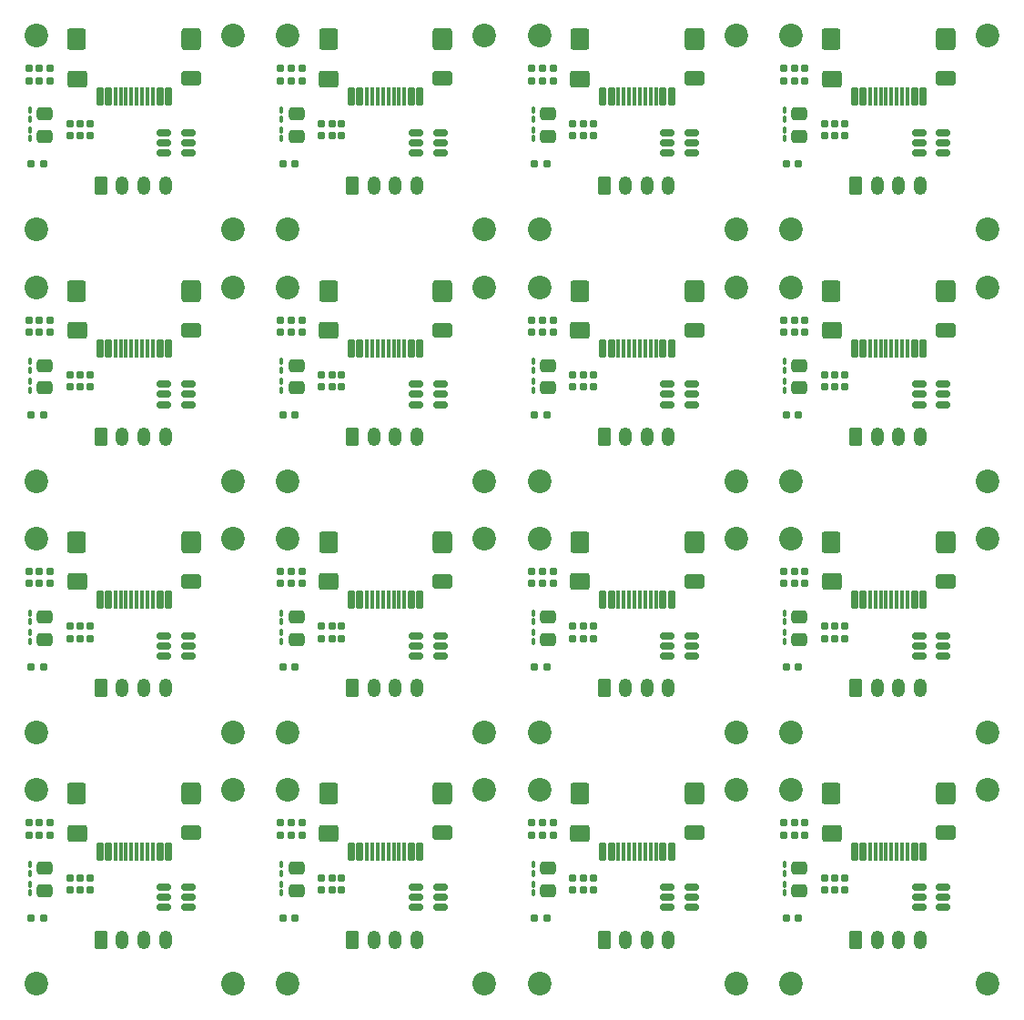
<source format=gts>
G04 #@! TF.GenerationSoftware,KiCad,Pcbnew,8.0.6*
G04 #@! TF.CreationDate,2024-11-12T16:38:53+01:00*
G04 #@! TF.ProjectId,USB-C_Adapter - nutzen,5553422d-435f-4416-9461-70746572202d,rev?*
G04 #@! TF.SameCoordinates,Original*
G04 #@! TF.FileFunction,Soldermask,Top*
G04 #@! TF.FilePolarity,Negative*
%FSLAX46Y46*%
G04 Gerber Fmt 4.6, Leading zero omitted, Abs format (unit mm)*
G04 Created by KiCad (PCBNEW 8.0.6) date 2024-11-12 16:38:53*
%MOMM*%
%LPD*%
G01*
G04 APERTURE LIST*
G04 Aperture macros list*
%AMRoundRect*
0 Rectangle with rounded corners*
0 $1 Rounding radius*
0 $2 $3 $4 $5 $6 $7 $8 $9 X,Y pos of 4 corners*
0 Add a 4 corners polygon primitive as box body*
4,1,4,$2,$3,$4,$5,$6,$7,$8,$9,$2,$3,0*
0 Add four circle primitives for the rounded corners*
1,1,$1+$1,$2,$3*
1,1,$1+$1,$4,$5*
1,1,$1+$1,$6,$7*
1,1,$1+$1,$8,$9*
0 Add four rect primitives between the rounded corners*
20,1,$1+$1,$2,$3,$4,$5,0*
20,1,$1+$1,$4,$5,$6,$7,0*
20,1,$1+$1,$6,$7,$8,$9,0*
20,1,$1+$1,$8,$9,$2,$3,0*%
G04 Aperture macros list end*
%ADD10C,2.200000*%
%ADD11RoundRect,0.155000X0.155000X-0.212500X0.155000X0.212500X-0.155000X0.212500X-0.155000X-0.212500X0*%
%ADD12RoundRect,0.150000X0.150000X0.737500X-0.150000X0.737500X-0.150000X-0.737500X0.150000X-0.737500X0*%
%ADD13RoundRect,0.075000X0.075000X0.812500X-0.075000X0.812500X-0.075000X-0.812500X0.075000X-0.812500X0*%
%ADD14RoundRect,0.176875X0.723125X0.530625X-0.723125X0.530625X-0.723125X-0.530625X0.723125X-0.530625X0*%
%ADD15RoundRect,0.225000X0.675000X0.775000X-0.675000X0.775000X-0.675000X-0.775000X0.675000X-0.775000X0*%
%ADD16RoundRect,0.189375X0.710625X0.568125X-0.710625X0.568125X-0.710625X-0.568125X0.710625X-0.568125X0*%
%ADD17RoundRect,0.212500X0.637500X0.787500X-0.637500X0.787500X-0.637500X-0.787500X0.637500X-0.787500X0*%
%ADD18RoundRect,0.250000X-0.350000X-0.625000X0.350000X-0.625000X0.350000X0.625000X-0.350000X0.625000X0*%
%ADD19O,1.200000X1.750000*%
%ADD20RoundRect,0.100000X0.100000X-0.217500X0.100000X0.217500X-0.100000X0.217500X-0.100000X-0.217500X0*%
%ADD21RoundRect,0.250000X0.475000X-0.337500X0.475000X0.337500X-0.475000X0.337500X-0.475000X-0.337500X0*%
%ADD22RoundRect,0.150000X-0.512500X-0.150000X0.512500X-0.150000X0.512500X0.150000X-0.512500X0.150000X0*%
%ADD23RoundRect,0.155000X-0.212500X-0.155000X0.212500X-0.155000X0.212500X0.155000X-0.212500X0.155000X0*%
G04 APERTURE END LIST*
D10*
X229984800Y-120478800D03*
D11*
X212000000Y-171467500D03*
X212000000Y-170332500D03*
D12*
X217594000Y-102768400D03*
X218394000Y-102768400D03*
D13*
X219544000Y-102768400D03*
X220544000Y-102768400D03*
X221044000Y-102768400D03*
X222044000Y-102768400D03*
D12*
X223194000Y-102768400D03*
X223994000Y-102768400D03*
X223994000Y-102768400D03*
X223194000Y-102768400D03*
D13*
X222544000Y-102768400D03*
X221544000Y-102768400D03*
X220044000Y-102768400D03*
X219044000Y-102768400D03*
D12*
X218394000Y-102768400D03*
X217594000Y-102768400D03*
D14*
X226094000Y-101048400D03*
D15*
X226094000Y-97410900D03*
D16*
X215494000Y-101098400D03*
D17*
X215444000Y-97410900D03*
D11*
X192400000Y-106367500D03*
X192400000Y-105232500D03*
D12*
X217594000Y-172968400D03*
X218394000Y-172968400D03*
D13*
X219544000Y-172968400D03*
X220544000Y-172968400D03*
X221044000Y-172968400D03*
X222044000Y-172968400D03*
D12*
X223194000Y-172968400D03*
X223994000Y-172968400D03*
X223994000Y-172968400D03*
X223194000Y-172968400D03*
D13*
X222544000Y-172968400D03*
X221544000Y-172968400D03*
X220044000Y-172968400D03*
X219044000Y-172968400D03*
D12*
X218394000Y-172968400D03*
X217594000Y-172968400D03*
D14*
X226094000Y-171248400D03*
D15*
X226094000Y-167610900D03*
D16*
X215494000Y-171298400D03*
D17*
X215444000Y-167610900D03*
D11*
X214800000Y-176567500D03*
X214800000Y-175432500D03*
D18*
X170900000Y-157800000D03*
D19*
X172900000Y-157800000D03*
X174900000Y-157800000D03*
X176900000Y-157800000D03*
D10*
X164889200Y-143878800D03*
D20*
X211100000Y-130040000D03*
X211100000Y-129225000D03*
D11*
X240100000Y-129767500D03*
X240100000Y-128632500D03*
D21*
X212500000Y-129837500D03*
X212500000Y-127762500D03*
X212500000Y-106437500D03*
X212500000Y-104362500D03*
X235900000Y-106437500D03*
X235900000Y-104362500D03*
D10*
X188289200Y-138506400D03*
D12*
X240994000Y-102768400D03*
X241794000Y-102768400D03*
D13*
X242944000Y-102768400D03*
X243944000Y-102768400D03*
X244444000Y-102768400D03*
X245444000Y-102768400D03*
D12*
X246594000Y-102768400D03*
X247394000Y-102768400D03*
X247394000Y-102768400D03*
X246594000Y-102768400D03*
D13*
X245944000Y-102768400D03*
X244944000Y-102768400D03*
X243444000Y-102768400D03*
X242444000Y-102768400D03*
D12*
X241794000Y-102768400D03*
X240994000Y-102768400D03*
D14*
X249494000Y-101048400D03*
D15*
X249494000Y-97410900D03*
D16*
X238894000Y-101098400D03*
D17*
X238844000Y-97410900D03*
D11*
X212000000Y-148067500D03*
X212000000Y-146932500D03*
D20*
X187700000Y-176840000D03*
X187700000Y-176025000D03*
X187700000Y-153440000D03*
X187700000Y-152625000D03*
D18*
X241100000Y-157800000D03*
D19*
X243100000Y-157800000D03*
X245100000Y-157800000D03*
X247100000Y-157800000D03*
D11*
X211000000Y-101267500D03*
X211000000Y-100132500D03*
D12*
X170794000Y-126168400D03*
X171594000Y-126168400D03*
D13*
X172744000Y-126168400D03*
X173744000Y-126168400D03*
X174244000Y-126168400D03*
X175244000Y-126168400D03*
D12*
X176394000Y-126168400D03*
X177194000Y-126168400D03*
X177194000Y-126168400D03*
X176394000Y-126168400D03*
D13*
X175744000Y-126168400D03*
X174744000Y-126168400D03*
X173244000Y-126168400D03*
X172244000Y-126168400D03*
D12*
X171594000Y-126168400D03*
X170794000Y-126168400D03*
D14*
X179294000Y-124448400D03*
D15*
X179294000Y-120810900D03*
D16*
X168694000Y-124498400D03*
D17*
X168644000Y-120810900D03*
D10*
X164889200Y-115106400D03*
X229984800Y-143878800D03*
D11*
X188600000Y-101267500D03*
X188600000Y-100132500D03*
X234400000Y-171467500D03*
X234400000Y-170332500D03*
D20*
X211100000Y-175007500D03*
X211100000Y-174192500D03*
D11*
X215800000Y-153167500D03*
X215800000Y-152032500D03*
D22*
X223600000Y-152900000D03*
X223600000Y-153850000D03*
X223600000Y-154800000D03*
X225875000Y-154800000D03*
X225875000Y-153850000D03*
X225875000Y-152900000D03*
D10*
X164889200Y-167278800D03*
D21*
X235900000Y-129837500D03*
X235900000Y-127762500D03*
D11*
X193300000Y-129767500D03*
X193300000Y-128632500D03*
D20*
X211100000Y-151607500D03*
X211100000Y-150792500D03*
D21*
X165700000Y-153237500D03*
X165700000Y-151162500D03*
D22*
X223600000Y-106100000D03*
X223600000Y-107050000D03*
X223600000Y-108000000D03*
X225875000Y-108000000D03*
X225875000Y-107050000D03*
X225875000Y-106100000D03*
D11*
X213000000Y-171467500D03*
X213000000Y-170332500D03*
D23*
X211232500Y-179200000D03*
X212367500Y-179200000D03*
D10*
X206584800Y-97078800D03*
X253384800Y-138506400D03*
D12*
X240994000Y-172968400D03*
X241794000Y-172968400D03*
D13*
X242944000Y-172968400D03*
X243944000Y-172968400D03*
X244444000Y-172968400D03*
X245444000Y-172968400D03*
D12*
X246594000Y-172968400D03*
X247394000Y-172968400D03*
X247394000Y-172968400D03*
X246594000Y-172968400D03*
D13*
X245944000Y-172968400D03*
X244944000Y-172968400D03*
X243444000Y-172968400D03*
X242444000Y-172968400D03*
D12*
X241794000Y-172968400D03*
X240994000Y-172968400D03*
D14*
X249494000Y-171248400D03*
D15*
X249494000Y-167610900D03*
D16*
X238894000Y-171298400D03*
D17*
X238844000Y-167610900D03*
D11*
X235400000Y-124667500D03*
X235400000Y-123532500D03*
D10*
X253384800Y-97078800D03*
D20*
X164300000Y-151607500D03*
X164300000Y-150792500D03*
D10*
X206584800Y-185306400D03*
D11*
X187600000Y-101267500D03*
X187600000Y-100132500D03*
D12*
X194194000Y-172968400D03*
X194994000Y-172968400D03*
D13*
X196144000Y-172968400D03*
X197144000Y-172968400D03*
X197644000Y-172968400D03*
X198644000Y-172968400D03*
D12*
X199794000Y-172968400D03*
X200594000Y-172968400D03*
X200594000Y-172968400D03*
X199794000Y-172968400D03*
D13*
X199144000Y-172968400D03*
X198144000Y-172968400D03*
X196644000Y-172968400D03*
X195644000Y-172968400D03*
D12*
X194994000Y-172968400D03*
X194194000Y-172968400D03*
D14*
X202694000Y-171248400D03*
D15*
X202694000Y-167610900D03*
D16*
X192094000Y-171298400D03*
D17*
X192044000Y-167610900D03*
D11*
X215800000Y-129767500D03*
X215800000Y-128632500D03*
D10*
X183184800Y-167278800D03*
X253384800Y-120478800D03*
D23*
X164432500Y-179200000D03*
X165567500Y-179200000D03*
D22*
X200200000Y-152900000D03*
X200200000Y-153850000D03*
X200200000Y-154800000D03*
X202475000Y-154800000D03*
X202475000Y-153850000D03*
X202475000Y-152900000D03*
D21*
X212500000Y-176637500D03*
X212500000Y-174562500D03*
D10*
X235089200Y-161906400D03*
D20*
X211100000Y-106640000D03*
X211100000Y-105825000D03*
D11*
X189600000Y-171467500D03*
X189600000Y-170332500D03*
D21*
X235900000Y-153237500D03*
X235900000Y-151162500D03*
D10*
X206584800Y-143878800D03*
D21*
X189100000Y-106437500D03*
X189100000Y-104362500D03*
D11*
X187600000Y-124667500D03*
X187600000Y-123532500D03*
D10*
X253384800Y-167278800D03*
D11*
X192400000Y-153167500D03*
X192400000Y-152032500D03*
X238200000Y-129767500D03*
X238200000Y-128632500D03*
X214800000Y-129767500D03*
X214800000Y-128632500D03*
X189600000Y-124667500D03*
X189600000Y-123532500D03*
D10*
X183184800Y-120478800D03*
X229984800Y-115106400D03*
D21*
X165700000Y-129837500D03*
X165700000Y-127762500D03*
D11*
X212000000Y-124667500D03*
X212000000Y-123532500D03*
D10*
X229984800Y-97078800D03*
D20*
X234500000Y-104807500D03*
X234500000Y-103992500D03*
D18*
X194300000Y-134400000D03*
D19*
X196300000Y-134400000D03*
X198300000Y-134400000D03*
X200300000Y-134400000D03*
D20*
X211100000Y-176840000D03*
X211100000Y-176025000D03*
D12*
X217594000Y-126168400D03*
X218394000Y-126168400D03*
D13*
X219544000Y-126168400D03*
X220544000Y-126168400D03*
X221044000Y-126168400D03*
X222044000Y-126168400D03*
D12*
X223194000Y-126168400D03*
X223994000Y-126168400D03*
X223994000Y-126168400D03*
X223194000Y-126168400D03*
D13*
X222544000Y-126168400D03*
X221544000Y-126168400D03*
X220044000Y-126168400D03*
X219044000Y-126168400D03*
D12*
X218394000Y-126168400D03*
X217594000Y-126168400D03*
D14*
X226094000Y-124448400D03*
D15*
X226094000Y-120810900D03*
D16*
X215494000Y-124498400D03*
D17*
X215444000Y-120810900D03*
D10*
X183184800Y-161906400D03*
X188289200Y-97078800D03*
D11*
X191400000Y-129767500D03*
X191400000Y-128632500D03*
X192400000Y-176567500D03*
X192400000Y-175432500D03*
D23*
X234632500Y-155800000D03*
X235767500Y-155800000D03*
D21*
X165700000Y-106437500D03*
X165700000Y-104362500D03*
D18*
X217700000Y-181200000D03*
D19*
X219700000Y-181200000D03*
X221700000Y-181200000D03*
X223700000Y-181200000D03*
D11*
X165200000Y-124667500D03*
X165200000Y-123532500D03*
D20*
X164300000Y-104807500D03*
X164300000Y-103992500D03*
D23*
X164432500Y-109000000D03*
X165567500Y-109000000D03*
D20*
X164300000Y-175007500D03*
X164300000Y-174192500D03*
D11*
X193300000Y-153167500D03*
X193300000Y-152032500D03*
D20*
X234500000Y-175007500D03*
X234500000Y-174192500D03*
D18*
X217700000Y-157800000D03*
D19*
X219700000Y-157800000D03*
X221700000Y-157800000D03*
X223700000Y-157800000D03*
D11*
X239200000Y-106367500D03*
X239200000Y-105232500D03*
X187600000Y-171467500D03*
X187600000Y-170332500D03*
X169000000Y-153167500D03*
X169000000Y-152032500D03*
X240100000Y-153167500D03*
X240100000Y-152032500D03*
X169000000Y-129767500D03*
X169000000Y-128632500D03*
X214800000Y-153167500D03*
X214800000Y-152032500D03*
X169000000Y-176567500D03*
X169000000Y-175432500D03*
X239200000Y-153167500D03*
X239200000Y-152032500D03*
D10*
X188289200Y-120478800D03*
D11*
X169000000Y-106367500D03*
X169000000Y-105232500D03*
X164200000Y-171467500D03*
X164200000Y-170332500D03*
D23*
X187832500Y-132400000D03*
X188967500Y-132400000D03*
D11*
X238200000Y-176567500D03*
X238200000Y-175432500D03*
D10*
X235089200Y-167278800D03*
D11*
X240100000Y-106367500D03*
X240100000Y-105232500D03*
D21*
X189100000Y-176637500D03*
X189100000Y-174562500D03*
D10*
X229984800Y-185306400D03*
X235089200Y-115106400D03*
D22*
X247000000Y-106100000D03*
X247000000Y-107050000D03*
X247000000Y-108000000D03*
X249275000Y-108000000D03*
X249275000Y-107050000D03*
X249275000Y-106100000D03*
D10*
X183184800Y-138506400D03*
D22*
X176800000Y-176300000D03*
X176800000Y-177250000D03*
X176800000Y-178200000D03*
X179075000Y-178200000D03*
X179075000Y-177250000D03*
X179075000Y-176300000D03*
D10*
X253384800Y-115106400D03*
D20*
X211100000Y-104807500D03*
X211100000Y-103992500D03*
D10*
X206584800Y-167278800D03*
D22*
X200200000Y-176300000D03*
X200200000Y-177250000D03*
X200200000Y-178200000D03*
X202475000Y-178200000D03*
X202475000Y-177250000D03*
X202475000Y-176300000D03*
D11*
X235400000Y-171467500D03*
X235400000Y-170332500D03*
D10*
X164889200Y-185306400D03*
D11*
X212000000Y-101267500D03*
X212000000Y-100132500D03*
D10*
X211689200Y-167278800D03*
D11*
X168000000Y-106367500D03*
X168000000Y-105232500D03*
X191400000Y-176567500D03*
X191400000Y-175432500D03*
X239200000Y-176567500D03*
X239200000Y-175432500D03*
X168000000Y-176567500D03*
X168000000Y-175432500D03*
D10*
X235089200Y-120478800D03*
D23*
X234632500Y-132400000D03*
X235767500Y-132400000D03*
D21*
X189100000Y-129837500D03*
X189100000Y-127762500D03*
D11*
X165200000Y-101267500D03*
X165200000Y-100132500D03*
D23*
X234632500Y-179200000D03*
X235767500Y-179200000D03*
D10*
X229984800Y-138506400D03*
D11*
X234400000Y-124667500D03*
X234400000Y-123532500D03*
X188600000Y-171467500D03*
X188600000Y-170332500D03*
D21*
X212500000Y-153237500D03*
X212500000Y-151162500D03*
D11*
X166200000Y-171467500D03*
X166200000Y-170332500D03*
D10*
X229984800Y-161906400D03*
D12*
X217594000Y-149568400D03*
X218394000Y-149568400D03*
D13*
X219544000Y-149568400D03*
X220544000Y-149568400D03*
X221044000Y-149568400D03*
X222044000Y-149568400D03*
D12*
X223194000Y-149568400D03*
X223994000Y-149568400D03*
X223994000Y-149568400D03*
X223194000Y-149568400D03*
D13*
X222544000Y-149568400D03*
X221544000Y-149568400D03*
X220044000Y-149568400D03*
X219044000Y-149568400D03*
D12*
X218394000Y-149568400D03*
X217594000Y-149568400D03*
D14*
X226094000Y-147848400D03*
D15*
X226094000Y-144210900D03*
D16*
X215494000Y-147898400D03*
D17*
X215444000Y-144210900D03*
D11*
X164200000Y-101267500D03*
X164200000Y-100132500D03*
X165200000Y-171467500D03*
X165200000Y-170332500D03*
X211000000Y-148067500D03*
X211000000Y-146932500D03*
D22*
X200200000Y-106100000D03*
X200200000Y-107050000D03*
X200200000Y-108000000D03*
X202475000Y-108000000D03*
X202475000Y-107050000D03*
X202475000Y-106100000D03*
D10*
X253384800Y-161906400D03*
D12*
X194194000Y-149568400D03*
X194994000Y-149568400D03*
D13*
X196144000Y-149568400D03*
X197144000Y-149568400D03*
X197644000Y-149568400D03*
X198644000Y-149568400D03*
D12*
X199794000Y-149568400D03*
X200594000Y-149568400D03*
X200594000Y-149568400D03*
X199794000Y-149568400D03*
D13*
X199144000Y-149568400D03*
X198144000Y-149568400D03*
X196644000Y-149568400D03*
X195644000Y-149568400D03*
D12*
X194994000Y-149568400D03*
X194194000Y-149568400D03*
D14*
X202694000Y-147848400D03*
D15*
X202694000Y-144210900D03*
D16*
X192094000Y-147898400D03*
D17*
X192044000Y-144210900D03*
D22*
X247000000Y-152900000D03*
X247000000Y-153850000D03*
X247000000Y-154800000D03*
X249275000Y-154800000D03*
X249275000Y-153850000D03*
X249275000Y-152900000D03*
D11*
X166200000Y-124667500D03*
X166200000Y-123532500D03*
D21*
X165700000Y-176637500D03*
X165700000Y-174562500D03*
D18*
X194300000Y-157800000D03*
D19*
X196300000Y-157800000D03*
X198300000Y-157800000D03*
X200300000Y-157800000D03*
D11*
X235400000Y-148067500D03*
X235400000Y-146932500D03*
D20*
X234500000Y-128207500D03*
X234500000Y-127392500D03*
X187700000Y-151607500D03*
X187700000Y-150792500D03*
D18*
X194300000Y-111000000D03*
D19*
X196300000Y-111000000D03*
X198300000Y-111000000D03*
X200300000Y-111000000D03*
D10*
X211689200Y-120478800D03*
D23*
X211232500Y-109000000D03*
X212367500Y-109000000D03*
D12*
X194194000Y-126168400D03*
X194994000Y-126168400D03*
D13*
X196144000Y-126168400D03*
X197144000Y-126168400D03*
X197644000Y-126168400D03*
X198644000Y-126168400D03*
D12*
X199794000Y-126168400D03*
X200594000Y-126168400D03*
X200594000Y-126168400D03*
X199794000Y-126168400D03*
D13*
X199144000Y-126168400D03*
X198144000Y-126168400D03*
X196644000Y-126168400D03*
X195644000Y-126168400D03*
D12*
X194994000Y-126168400D03*
X194194000Y-126168400D03*
D14*
X202694000Y-124448400D03*
D15*
X202694000Y-120810900D03*
D16*
X192094000Y-124498400D03*
D17*
X192044000Y-120810900D03*
D11*
X166200000Y-148067500D03*
X166200000Y-146932500D03*
X215800000Y-176567500D03*
X215800000Y-175432500D03*
D20*
X234500000Y-151607500D03*
X234500000Y-150792500D03*
D10*
X183184800Y-185306400D03*
D22*
X247000000Y-176300000D03*
X247000000Y-177250000D03*
X247000000Y-178200000D03*
X249275000Y-178200000D03*
X249275000Y-177250000D03*
X249275000Y-176300000D03*
D10*
X188289200Y-143878800D03*
D23*
X211232500Y-132400000D03*
X212367500Y-132400000D03*
D11*
X164200000Y-148067500D03*
X164200000Y-146932500D03*
D18*
X241100000Y-111000000D03*
D19*
X243100000Y-111000000D03*
X245100000Y-111000000D03*
X247100000Y-111000000D03*
D12*
X170794000Y-102768400D03*
X171594000Y-102768400D03*
D13*
X172744000Y-102768400D03*
X173744000Y-102768400D03*
X174244000Y-102768400D03*
X175244000Y-102768400D03*
D12*
X176394000Y-102768400D03*
X177194000Y-102768400D03*
X177194000Y-102768400D03*
X176394000Y-102768400D03*
D13*
X175744000Y-102768400D03*
X174744000Y-102768400D03*
X173244000Y-102768400D03*
X172244000Y-102768400D03*
D12*
X171594000Y-102768400D03*
X170794000Y-102768400D03*
D14*
X179294000Y-101048400D03*
D15*
X179294000Y-97410900D03*
D16*
X168694000Y-101098400D03*
D17*
X168644000Y-97410900D03*
D12*
X240994000Y-149568400D03*
X241794000Y-149568400D03*
D13*
X242944000Y-149568400D03*
X243944000Y-149568400D03*
X244444000Y-149568400D03*
X245444000Y-149568400D03*
D12*
X246594000Y-149568400D03*
X247394000Y-149568400D03*
X247394000Y-149568400D03*
X246594000Y-149568400D03*
D13*
X245944000Y-149568400D03*
X244944000Y-149568400D03*
X243444000Y-149568400D03*
X242444000Y-149568400D03*
D12*
X241794000Y-149568400D03*
X240994000Y-149568400D03*
D14*
X249494000Y-147848400D03*
D15*
X249494000Y-144210900D03*
D16*
X238894000Y-147898400D03*
D17*
X238844000Y-144210900D03*
D11*
X169900000Y-153167500D03*
X169900000Y-152032500D03*
X213000000Y-148067500D03*
X213000000Y-146932500D03*
D18*
X170900000Y-134400000D03*
D19*
X172900000Y-134400000D03*
X174900000Y-134400000D03*
X176900000Y-134400000D03*
D20*
X211100000Y-128207500D03*
X211100000Y-127392500D03*
D11*
X236400000Y-101267500D03*
X236400000Y-100132500D03*
D10*
X188289200Y-167278800D03*
D11*
X164200000Y-124667500D03*
X164200000Y-123532500D03*
D20*
X234500000Y-176840000D03*
X234500000Y-176025000D03*
D11*
X169900000Y-106367500D03*
X169900000Y-105232500D03*
D10*
X206584800Y-115106400D03*
D20*
X164300000Y-130040000D03*
X164300000Y-129225000D03*
X211100000Y-153440000D03*
X211100000Y-152625000D03*
D23*
X164432500Y-132400000D03*
X165567500Y-132400000D03*
D22*
X176800000Y-152900000D03*
X176800000Y-153850000D03*
X176800000Y-154800000D03*
X179075000Y-154800000D03*
X179075000Y-153850000D03*
X179075000Y-152900000D03*
D10*
X235089200Y-143878800D03*
D18*
X241100000Y-134400000D03*
D19*
X243100000Y-134400000D03*
X245100000Y-134400000D03*
X247100000Y-134400000D03*
D18*
X241100000Y-181200000D03*
D19*
X243100000Y-181200000D03*
X245100000Y-181200000D03*
X247100000Y-181200000D03*
D10*
X235089200Y-97078800D03*
D23*
X164432500Y-155800000D03*
X165567500Y-155800000D03*
D10*
X183184800Y-97078800D03*
D11*
X235400000Y-101267500D03*
X235400000Y-100132500D03*
X193300000Y-106367500D03*
X193300000Y-105232500D03*
D10*
X211689200Y-161906400D03*
D11*
X236400000Y-124667500D03*
X236400000Y-123532500D03*
D20*
X164300000Y-176840000D03*
X164300000Y-176025000D03*
D12*
X240994000Y-126168400D03*
X241794000Y-126168400D03*
D13*
X242944000Y-126168400D03*
X243944000Y-126168400D03*
X244444000Y-126168400D03*
X245444000Y-126168400D03*
D12*
X246594000Y-126168400D03*
X247394000Y-126168400D03*
X247394000Y-126168400D03*
X246594000Y-126168400D03*
D13*
X245944000Y-126168400D03*
X244944000Y-126168400D03*
X243444000Y-126168400D03*
X242444000Y-126168400D03*
D12*
X241794000Y-126168400D03*
X240994000Y-126168400D03*
D14*
X249494000Y-124448400D03*
D15*
X249494000Y-120810900D03*
D16*
X238894000Y-124498400D03*
D17*
X238844000Y-120810900D03*
D10*
X211689200Y-185306400D03*
D20*
X187700000Y-130040000D03*
X187700000Y-129225000D03*
D12*
X194194000Y-102768400D03*
X194994000Y-102768400D03*
D13*
X196144000Y-102768400D03*
X197144000Y-102768400D03*
X197644000Y-102768400D03*
X198644000Y-102768400D03*
D12*
X199794000Y-102768400D03*
X200594000Y-102768400D03*
X200594000Y-102768400D03*
X199794000Y-102768400D03*
D13*
X199144000Y-102768400D03*
X198144000Y-102768400D03*
X196644000Y-102768400D03*
X195644000Y-102768400D03*
D12*
X194994000Y-102768400D03*
X194194000Y-102768400D03*
D14*
X202694000Y-101048400D03*
D15*
X202694000Y-97410900D03*
D16*
X192094000Y-101098400D03*
D17*
X192044000Y-97410900D03*
D20*
X164300000Y-128207500D03*
X164300000Y-127392500D03*
D11*
X169900000Y-129767500D03*
X169900000Y-128632500D03*
X169900000Y-176567500D03*
X169900000Y-175432500D03*
X193300000Y-176567500D03*
X193300000Y-175432500D03*
X189600000Y-101267500D03*
X189600000Y-100132500D03*
X236400000Y-148067500D03*
X236400000Y-146932500D03*
D20*
X234500000Y-130040000D03*
X234500000Y-129225000D03*
D11*
X238200000Y-106367500D03*
X238200000Y-105232500D03*
X188600000Y-124667500D03*
X188600000Y-123532500D03*
D20*
X187700000Y-128207500D03*
X187700000Y-127392500D03*
D11*
X188600000Y-148067500D03*
X188600000Y-146932500D03*
D21*
X189100000Y-153237500D03*
X189100000Y-151162500D03*
D20*
X187700000Y-175007500D03*
X187700000Y-174192500D03*
D11*
X187600000Y-148067500D03*
X187600000Y-146932500D03*
D23*
X187832500Y-155800000D03*
X188967500Y-155800000D03*
D11*
X191400000Y-106367500D03*
X191400000Y-105232500D03*
D10*
X211689200Y-115106400D03*
D12*
X170794000Y-172968400D03*
X171594000Y-172968400D03*
D13*
X172744000Y-172968400D03*
X173744000Y-172968400D03*
X174244000Y-172968400D03*
X175244000Y-172968400D03*
D12*
X176394000Y-172968400D03*
X177194000Y-172968400D03*
X177194000Y-172968400D03*
X176394000Y-172968400D03*
D13*
X175744000Y-172968400D03*
X174744000Y-172968400D03*
X173244000Y-172968400D03*
X172244000Y-172968400D03*
D12*
X171594000Y-172968400D03*
X170794000Y-172968400D03*
D14*
X179294000Y-171248400D03*
D15*
X179294000Y-167610900D03*
D16*
X168694000Y-171298400D03*
D17*
X168644000Y-167610900D03*
D10*
X206584800Y-120478800D03*
D11*
X234400000Y-101267500D03*
X234400000Y-100132500D03*
D22*
X247000000Y-129500000D03*
X247000000Y-130450000D03*
X247000000Y-131400000D03*
X249275000Y-131400000D03*
X249275000Y-130450000D03*
X249275000Y-129500000D03*
D23*
X211232500Y-155800000D03*
X212367500Y-155800000D03*
D11*
X166200000Y-101267500D03*
X166200000Y-100132500D03*
D22*
X223600000Y-129500000D03*
X223600000Y-130450000D03*
X223600000Y-131400000D03*
X225875000Y-131400000D03*
X225875000Y-130450000D03*
X225875000Y-129500000D03*
D11*
X216700000Y-153167500D03*
X216700000Y-152032500D03*
X238200000Y-153167500D03*
X238200000Y-152032500D03*
D22*
X200200000Y-129500000D03*
X200200000Y-130450000D03*
X200200000Y-131400000D03*
X202475000Y-131400000D03*
X202475000Y-130450000D03*
X202475000Y-129500000D03*
D10*
X206584800Y-138506400D03*
X206584800Y-161906400D03*
D11*
X211000000Y-171467500D03*
X211000000Y-170332500D03*
D10*
X211689200Y-143878800D03*
D11*
X214800000Y-106367500D03*
X214800000Y-105232500D03*
X216700000Y-129767500D03*
X216700000Y-128632500D03*
D10*
X183184800Y-143878800D03*
D22*
X223600000Y-176300000D03*
X223600000Y-177250000D03*
X223600000Y-178200000D03*
X225875000Y-178200000D03*
X225875000Y-177250000D03*
X225875000Y-176300000D03*
D20*
X164300000Y-106640000D03*
X164300000Y-105825000D03*
D10*
X229984800Y-167278800D03*
D18*
X217700000Y-111000000D03*
D19*
X219700000Y-111000000D03*
X221700000Y-111000000D03*
X223700000Y-111000000D03*
D10*
X183184800Y-115106400D03*
D11*
X215800000Y-106367500D03*
X215800000Y-105232500D03*
D20*
X187700000Y-104807500D03*
X187700000Y-103992500D03*
D11*
X236400000Y-171467500D03*
X236400000Y-170332500D03*
D10*
X188289200Y-161906400D03*
D18*
X194300000Y-181200000D03*
D19*
X196300000Y-181200000D03*
X198300000Y-181200000D03*
X200300000Y-181200000D03*
D11*
X216700000Y-176567500D03*
X216700000Y-175432500D03*
D10*
X235089200Y-185306400D03*
D11*
X240100000Y-176567500D03*
X240100000Y-175432500D03*
X168000000Y-153167500D03*
X168000000Y-152032500D03*
X191400000Y-153167500D03*
X191400000Y-152032500D03*
D10*
X253384800Y-185306400D03*
D11*
X213000000Y-101267500D03*
X213000000Y-100132500D03*
X189600000Y-148067500D03*
X189600000Y-146932500D03*
D10*
X164889200Y-120478800D03*
D23*
X234632500Y-109000000D03*
X235767500Y-109000000D03*
D20*
X234500000Y-153440000D03*
X234500000Y-152625000D03*
D10*
X164889200Y-97078800D03*
D18*
X217700000Y-134400000D03*
D19*
X219700000Y-134400000D03*
X221700000Y-134400000D03*
X223700000Y-134400000D03*
D11*
X192400000Y-129767500D03*
X192400000Y-128632500D03*
D20*
X164300000Y-153440000D03*
X164300000Y-152625000D03*
D12*
X170794000Y-149568400D03*
X171594000Y-149568400D03*
D13*
X172744000Y-149568400D03*
X173744000Y-149568400D03*
X174244000Y-149568400D03*
X175244000Y-149568400D03*
D12*
X176394000Y-149568400D03*
X177194000Y-149568400D03*
X177194000Y-149568400D03*
X176394000Y-149568400D03*
D13*
X175744000Y-149568400D03*
X174744000Y-149568400D03*
X173244000Y-149568400D03*
X172244000Y-149568400D03*
D12*
X171594000Y-149568400D03*
X170794000Y-149568400D03*
D14*
X179294000Y-147848400D03*
D15*
X179294000Y-144210900D03*
D16*
X168694000Y-147898400D03*
D17*
X168644000Y-144210900D03*
D10*
X188289200Y-115106400D03*
D23*
X187832500Y-179200000D03*
X188967500Y-179200000D03*
D22*
X176800000Y-129500000D03*
X176800000Y-130450000D03*
X176800000Y-131400000D03*
X179075000Y-131400000D03*
X179075000Y-130450000D03*
X179075000Y-129500000D03*
D11*
X168000000Y-129767500D03*
X168000000Y-128632500D03*
D20*
X234500000Y-106640000D03*
X234500000Y-105825000D03*
D11*
X165200000Y-148067500D03*
X165200000Y-146932500D03*
D22*
X176800000Y-106100000D03*
X176800000Y-107050000D03*
X176800000Y-108000000D03*
X179075000Y-108000000D03*
X179075000Y-107050000D03*
X179075000Y-106100000D03*
D23*
X187832500Y-109000000D03*
X188967500Y-109000000D03*
D11*
X239200000Y-129767500D03*
X239200000Y-128632500D03*
D20*
X187700000Y-106640000D03*
X187700000Y-105825000D03*
D21*
X235900000Y-176637500D03*
X235900000Y-174562500D03*
D11*
X216700000Y-106367500D03*
X216700000Y-105232500D03*
X211000000Y-124667500D03*
X211000000Y-123532500D03*
D18*
X170900000Y-111000000D03*
D19*
X172900000Y-111000000D03*
X174900000Y-111000000D03*
X176900000Y-111000000D03*
D10*
X235089200Y-138506400D03*
X164889200Y-161906400D03*
X188289200Y-185306400D03*
D11*
X213000000Y-124667500D03*
X213000000Y-123532500D03*
D10*
X211689200Y-97078800D03*
X253384800Y-143878800D03*
D11*
X234400000Y-148067500D03*
X234400000Y-146932500D03*
D10*
X211689200Y-138506400D03*
D18*
X170900000Y-181200000D03*
D19*
X172900000Y-181200000D03*
X174900000Y-181200000D03*
X176900000Y-181200000D03*
D10*
X164889200Y-138506400D03*
M02*

</source>
